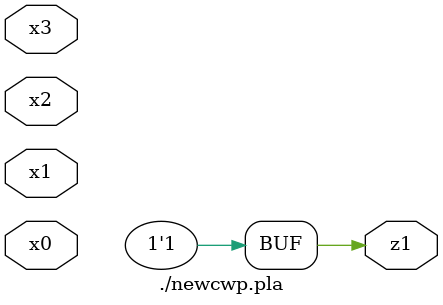
<source format=v>

module \./newcwp.pla  ( 
    x0, x1, x2, x3,
    z1  );
  input  x0, x1, x2, x3;
  output z1;
  assign z1 = 1'b1;
endmodule



</source>
